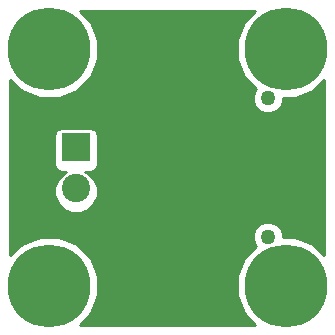
<source format=gbr>
G04 #@! TF.FileFunction,Copper,L2,Bot,Signal*
%FSLAX46Y46*%
G04 Gerber Fmt 4.6, Leading zero omitted, Abs format (unit mm)*
G04 Created by KiCad (PCBNEW 4.0.2-stable) date 4/28/2016 11:26:28 AM*
%MOMM*%
G01*
G04 APERTURE LIST*
%ADD10C,0.100000*%
%ADD11C,1.270000*%
%ADD12C,2.400000*%
%ADD13R,2.400000X2.400000*%
%ADD14C,7.000000*%
%ADD15C,0.600000*%
%ADD16C,0.250000*%
%ADD17C,0.254000*%
G04 APERTURE END LIST*
D10*
D11*
X22500000Y8130000D03*
X22500000Y19870000D03*
D12*
X6250000Y12250000D03*
D13*
X6250000Y15750000D03*
D14*
X4000000Y4000000D03*
X24000000Y4000000D03*
X4000000Y24000000D03*
X24000000Y24000000D03*
D15*
X18500000Y10000000D03*
X13750000Y10750000D03*
X26000000Y18750000D03*
X26000000Y10000000D03*
X17250000Y17250000D03*
D16*
X17250000Y10000000D02*
X18500000Y10000000D01*
X13750000Y12250000D02*
X13750000Y10750000D01*
X24250000Y18750000D02*
X26000000Y18750000D01*
X26000000Y8750000D02*
X26000000Y10000000D01*
D17*
G36*
X20496562Y26345347D02*
X19865720Y24826111D01*
X19864284Y23181106D01*
X20492474Y21660771D01*
X21492627Y20658871D01*
X21423974Y20590337D01*
X21230221Y20123727D01*
X21229780Y19618490D01*
X21422718Y19151542D01*
X21779663Y18793974D01*
X22246273Y18600221D01*
X22751510Y18599780D01*
X23218458Y18792718D01*
X23576026Y19149663D01*
X23769779Y19616273D01*
X23769996Y19865200D01*
X24818894Y19864284D01*
X26339229Y20492474D01*
X27290000Y21441587D01*
X27290000Y6557135D01*
X26345347Y7503438D01*
X24826111Y8134280D01*
X23770005Y8135202D01*
X23770220Y8381510D01*
X23577282Y8848458D01*
X23220337Y9206026D01*
X22753727Y9399779D01*
X22248490Y9400220D01*
X21781542Y9207282D01*
X21423974Y8850337D01*
X21230221Y8383727D01*
X21229780Y7878490D01*
X21422718Y7411542D01*
X21493545Y7340591D01*
X20496562Y6345347D01*
X19865720Y4826111D01*
X19864284Y3181106D01*
X20492474Y1660771D01*
X21441587Y710000D01*
X6557135Y710000D01*
X7503438Y1654653D01*
X8134280Y3173889D01*
X8135716Y4818894D01*
X7507526Y6339229D01*
X6345347Y7503438D01*
X4826111Y8134280D01*
X3181106Y8135716D01*
X1660771Y7507526D01*
X710000Y6558413D01*
X710000Y16700000D01*
X4402560Y16700000D01*
X4402560Y14300000D01*
X4446838Y14064683D01*
X4585910Y13848559D01*
X4798110Y13703569D01*
X5050000Y13652560D01*
X5444288Y13652560D01*
X5211914Y13556545D01*
X4695270Y13040801D01*
X4415319Y12366605D01*
X4414682Y11636597D01*
X4693455Y10961914D01*
X5209199Y10445270D01*
X5883395Y10165319D01*
X6613403Y10164682D01*
X7288086Y10443455D01*
X7804730Y10959199D01*
X8084681Y11633395D01*
X8085318Y12363403D01*
X7806545Y13038086D01*
X7290801Y13554730D01*
X7055201Y13652560D01*
X7450000Y13652560D01*
X7685317Y13696838D01*
X7901441Y13835910D01*
X8046431Y14048110D01*
X8097440Y14300000D01*
X8097440Y16700000D01*
X8053162Y16935317D01*
X7914090Y17151441D01*
X7701890Y17296431D01*
X7450000Y17347440D01*
X5050000Y17347440D01*
X4814683Y17303162D01*
X4598559Y17164090D01*
X4453569Y16951890D01*
X4402560Y16700000D01*
X710000Y16700000D01*
X710000Y21442865D01*
X1654653Y20496562D01*
X3173889Y19865720D01*
X4818894Y19864284D01*
X6339229Y20492474D01*
X7503438Y21654653D01*
X8134280Y23173889D01*
X8135716Y24818894D01*
X7507526Y26339229D01*
X6558413Y27290000D01*
X21442865Y27290000D01*
X20496562Y26345347D01*
X20496562Y26345347D01*
G37*
X20496562Y26345347D02*
X19865720Y24826111D01*
X19864284Y23181106D01*
X20492474Y21660771D01*
X21492627Y20658871D01*
X21423974Y20590337D01*
X21230221Y20123727D01*
X21229780Y19618490D01*
X21422718Y19151542D01*
X21779663Y18793974D01*
X22246273Y18600221D01*
X22751510Y18599780D01*
X23218458Y18792718D01*
X23576026Y19149663D01*
X23769779Y19616273D01*
X23769996Y19865200D01*
X24818894Y19864284D01*
X26339229Y20492474D01*
X27290000Y21441587D01*
X27290000Y6557135D01*
X26345347Y7503438D01*
X24826111Y8134280D01*
X23770005Y8135202D01*
X23770220Y8381510D01*
X23577282Y8848458D01*
X23220337Y9206026D01*
X22753727Y9399779D01*
X22248490Y9400220D01*
X21781542Y9207282D01*
X21423974Y8850337D01*
X21230221Y8383727D01*
X21229780Y7878490D01*
X21422718Y7411542D01*
X21493545Y7340591D01*
X20496562Y6345347D01*
X19865720Y4826111D01*
X19864284Y3181106D01*
X20492474Y1660771D01*
X21441587Y710000D01*
X6557135Y710000D01*
X7503438Y1654653D01*
X8134280Y3173889D01*
X8135716Y4818894D01*
X7507526Y6339229D01*
X6345347Y7503438D01*
X4826111Y8134280D01*
X3181106Y8135716D01*
X1660771Y7507526D01*
X710000Y6558413D01*
X710000Y16700000D01*
X4402560Y16700000D01*
X4402560Y14300000D01*
X4446838Y14064683D01*
X4585910Y13848559D01*
X4798110Y13703569D01*
X5050000Y13652560D01*
X5444288Y13652560D01*
X5211914Y13556545D01*
X4695270Y13040801D01*
X4415319Y12366605D01*
X4414682Y11636597D01*
X4693455Y10961914D01*
X5209199Y10445270D01*
X5883395Y10165319D01*
X6613403Y10164682D01*
X7288086Y10443455D01*
X7804730Y10959199D01*
X8084681Y11633395D01*
X8085318Y12363403D01*
X7806545Y13038086D01*
X7290801Y13554730D01*
X7055201Y13652560D01*
X7450000Y13652560D01*
X7685317Y13696838D01*
X7901441Y13835910D01*
X8046431Y14048110D01*
X8097440Y14300000D01*
X8097440Y16700000D01*
X8053162Y16935317D01*
X7914090Y17151441D01*
X7701890Y17296431D01*
X7450000Y17347440D01*
X5050000Y17347440D01*
X4814683Y17303162D01*
X4598559Y17164090D01*
X4453569Y16951890D01*
X4402560Y16700000D01*
X710000Y16700000D01*
X710000Y21442865D01*
X1654653Y20496562D01*
X3173889Y19865720D01*
X4818894Y19864284D01*
X6339229Y20492474D01*
X7503438Y21654653D01*
X8134280Y23173889D01*
X8135716Y24818894D01*
X7507526Y26339229D01*
X6558413Y27290000D01*
X21442865Y27290000D01*
X20496562Y26345347D01*
M02*

</source>
